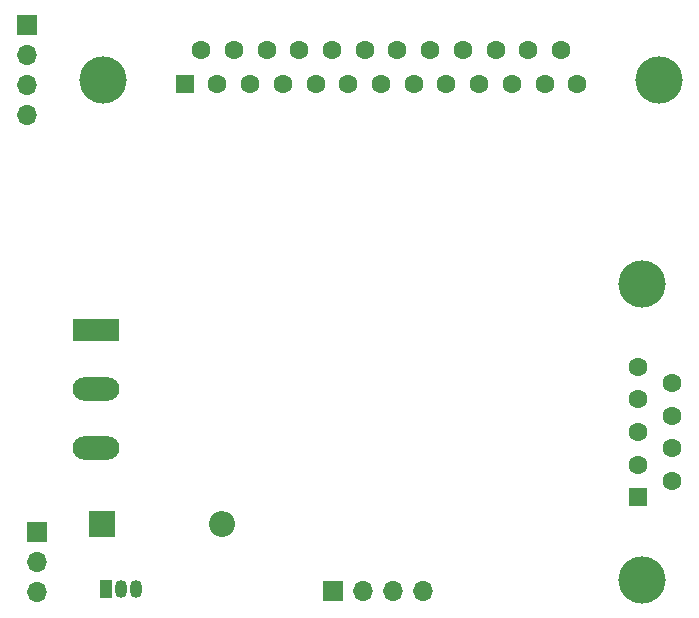
<source format=gbr>
%TF.GenerationSoftware,KiCad,Pcbnew,7.0.1*%
%TF.CreationDate,2023-06-01T09:44:18-03:00*%
%TF.ProjectId,BitBangARM,42697442-616e-4674-9152-4d2e6b696361,rev?*%
%TF.SameCoordinates,Original*%
%TF.FileFunction,Soldermask,Bot*%
%TF.FilePolarity,Negative*%
%FSLAX46Y46*%
G04 Gerber Fmt 4.6, Leading zero omitted, Abs format (unit mm)*
G04 Created by KiCad (PCBNEW 7.0.1) date 2023-06-01 09:44:18*
%MOMM*%
%LPD*%
G01*
G04 APERTURE LIST*
%ADD10R,1.700000X1.700000*%
%ADD11O,1.700000X1.700000*%
%ADD12R,3.960000X1.980000*%
%ADD13O,3.960000X1.980000*%
%ADD14C,4.000000*%
%ADD15R,1.600000X1.600000*%
%ADD16C,1.600000*%
%ADD17R,1.050000X1.500000*%
%ADD18O,1.050000X1.500000*%
%ADD19R,2.200000X2.200000*%
%ADD20O,2.200000X2.200000*%
G04 APERTURE END LIST*
D10*
%TO.C,J7*%
X147866500Y-126664100D03*
D11*
X150406500Y-126664100D03*
X152946500Y-126664100D03*
X155486500Y-126664100D03*
%TD*%
D12*
%TO.C,J3*%
X127836500Y-104566100D03*
D13*
X127836500Y-109566100D03*
X127836500Y-114566100D03*
%TD*%
D10*
%TO.C,J5*%
X121961500Y-78684100D03*
D11*
X121961500Y-81224100D03*
X121961500Y-83764100D03*
X121961500Y-86304100D03*
%TD*%
D14*
%TO.C,J4*%
X174046500Y-125684100D03*
X174046500Y-100684100D03*
D15*
X173746500Y-118724100D03*
D16*
X173746500Y-115954100D03*
X173746500Y-113184100D03*
X173746500Y-110414100D03*
X173746500Y-107644100D03*
X176586500Y-117339100D03*
X176586500Y-114569100D03*
X176586500Y-111799100D03*
X176586500Y-109029100D03*
%TD*%
D17*
%TO.C,Q1*%
X128696500Y-126489100D03*
D18*
X129966500Y-126489100D03*
X131236500Y-126489100D03*
%TD*%
D19*
%TO.C,D2*%
X128344500Y-120996100D03*
D20*
X138504500Y-120996100D03*
%TD*%
D14*
%TO.C,J2*%
X175511500Y-83404100D03*
X128411500Y-83404100D03*
D15*
X135341500Y-83704100D03*
D16*
X138111500Y-83704100D03*
X140881500Y-83704100D03*
X143651500Y-83704100D03*
X146421500Y-83704100D03*
X149191500Y-83704100D03*
X151961500Y-83704100D03*
X154731500Y-83704100D03*
X157501500Y-83704100D03*
X160271500Y-83704100D03*
X163041500Y-83704100D03*
X165811500Y-83704100D03*
X168581500Y-83704100D03*
X136726500Y-80864100D03*
X139496500Y-80864100D03*
X142266500Y-80864100D03*
X145036500Y-80864100D03*
X147806500Y-80864100D03*
X150576500Y-80864100D03*
X153346500Y-80864100D03*
X156116500Y-80864100D03*
X158886500Y-80864100D03*
X161656500Y-80864100D03*
X164426500Y-80864100D03*
X167196500Y-80864100D03*
%TD*%
D10*
%TO.C,JP2*%
X122861500Y-121639100D03*
D11*
X122861500Y-124179100D03*
X122861500Y-126719100D03*
%TD*%
M02*

</source>
